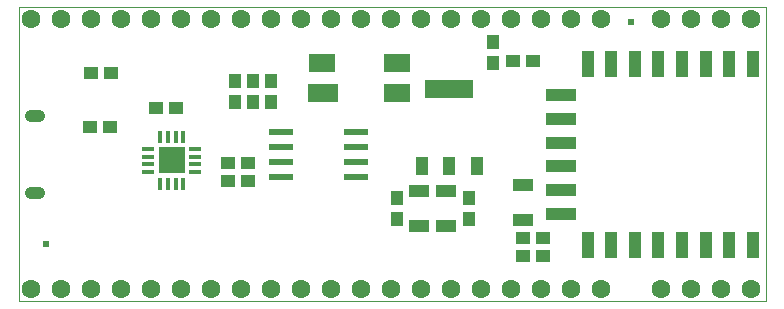
<source format=gbs>
G75*
%MOIN*%
%OFA0B0*%
%FSLAX25Y25*%
%IPPOS*%
%LPD*%
%AMOC8*
5,1,8,0,0,1.08239X$1,22.5*
%
%ADD10C,0.00100*%
%ADD11R,0.03943X0.01778*%
%ADD12R,0.08668X0.08668*%
%ADD13R,0.01778X0.03943*%
%ADD14R,0.04731X0.04337*%
%ADD15R,0.08274X0.02369*%
%ADD16R,0.04337X0.04731*%
%ADD17R,0.09061X0.05912*%
%ADD18R,0.09849X0.05912*%
%ADD19R,0.16148X0.06306*%
%ADD20R,0.04337X0.06306*%
%ADD21R,0.06699X0.03943*%
%ADD22C,0.06306*%
%ADD23C,0.00039*%
%ADD24C,0.03943*%
%ADD25R,0.04337X0.09061*%
%ADD26R,0.10243X0.04337*%
%ADD27C,0.02369*%
D10*
X0009000Y0020119D02*
X0009000Y0118119D01*
X0258000Y0118119D01*
X0258000Y0020119D01*
X0009000Y0020119D01*
D11*
X0052126Y0063280D03*
X0052126Y0065839D03*
X0052126Y0068398D03*
X0052126Y0070957D03*
X0067874Y0070957D03*
X0067874Y0068398D03*
X0067874Y0065839D03*
X0067874Y0063280D03*
D12*
X0060000Y0067119D03*
D13*
X0058720Y0059245D03*
X0056161Y0059245D03*
X0061280Y0059245D03*
X0063839Y0059245D03*
X0063839Y0074993D03*
X0061280Y0074993D03*
X0058720Y0074993D03*
X0056161Y0074993D03*
D14*
X0039346Y0078119D03*
X0032654Y0078119D03*
X0054654Y0084619D03*
X0061346Y0084619D03*
X0039846Y0096119D03*
X0033154Y0096119D03*
X0078654Y0066119D03*
X0085346Y0066119D03*
X0085346Y0060119D03*
X0078654Y0060119D03*
X0173654Y0100119D03*
X0180346Y0100119D03*
X0177154Y0041119D03*
X0183846Y0041119D03*
X0183846Y0035119D03*
X0177154Y0035119D03*
D15*
X0121539Y0061619D03*
X0121539Y0066619D03*
X0121539Y0071619D03*
X0121539Y0076619D03*
X0096461Y0076619D03*
X0096461Y0071619D03*
X0096461Y0066619D03*
X0096461Y0061619D03*
D16*
X0135000Y0054465D03*
X0135000Y0047772D03*
X0159000Y0047772D03*
X0159000Y0054465D03*
X0093000Y0086772D03*
X0087000Y0086772D03*
X0081000Y0086772D03*
X0081000Y0093465D03*
X0087000Y0093465D03*
X0093000Y0093465D03*
X0167000Y0099772D03*
X0167000Y0106465D03*
D17*
X0134902Y0099619D03*
X0134902Y0089619D03*
X0110098Y0099619D03*
D18*
X0110492Y0089619D03*
D19*
X0152500Y0090914D03*
D20*
X0152500Y0065323D03*
X0143445Y0065323D03*
X0161555Y0065323D03*
D21*
X0177000Y0058827D03*
X0177000Y0047410D03*
X0151500Y0045410D03*
X0142500Y0045410D03*
X0142500Y0056827D03*
X0151500Y0056827D03*
D22*
X0153000Y0024119D03*
X0163000Y0024119D03*
X0173000Y0024119D03*
X0183000Y0024119D03*
X0193000Y0024119D03*
X0203000Y0024119D03*
X0223000Y0024119D03*
X0233000Y0024119D03*
X0243000Y0024119D03*
X0253000Y0024119D03*
X0143000Y0024119D03*
X0133000Y0024119D03*
X0123000Y0024119D03*
X0113000Y0024119D03*
X0103000Y0024119D03*
X0093000Y0024119D03*
X0083000Y0024119D03*
X0073000Y0024119D03*
X0063000Y0024119D03*
X0053000Y0024119D03*
X0043000Y0024119D03*
X0033000Y0024119D03*
X0023000Y0024119D03*
X0013000Y0024119D03*
X0013000Y0114119D03*
X0023000Y0114119D03*
X0033000Y0114119D03*
X0043000Y0114119D03*
X0053000Y0114119D03*
X0063000Y0114119D03*
X0073000Y0114119D03*
X0083000Y0114119D03*
X0093000Y0114119D03*
X0103000Y0114119D03*
X0113000Y0114119D03*
X0123000Y0114119D03*
X0133000Y0114119D03*
X0143000Y0114119D03*
X0153000Y0114119D03*
X0163000Y0114119D03*
X0173000Y0114119D03*
X0183000Y0114119D03*
X0193000Y0114119D03*
X0203000Y0114119D03*
X0223000Y0114119D03*
X0233000Y0114119D03*
X0243000Y0114119D03*
X0253000Y0114119D03*
D23*
X0015866Y0083095D02*
X0013110Y0083095D01*
X0012126Y0082111D02*
X0012128Y0082049D01*
X0012134Y0081988D01*
X0012143Y0081927D01*
X0012157Y0081866D01*
X0012174Y0081807D01*
X0012195Y0081749D01*
X0012220Y0081692D01*
X0012248Y0081637D01*
X0012279Y0081584D01*
X0012314Y0081533D01*
X0012352Y0081484D01*
X0012393Y0081437D01*
X0012436Y0081394D01*
X0012483Y0081353D01*
X0012532Y0081315D01*
X0012583Y0081280D01*
X0012636Y0081249D01*
X0012691Y0081221D01*
X0012748Y0081196D01*
X0012806Y0081175D01*
X0012865Y0081158D01*
X0012926Y0081144D01*
X0012987Y0081135D01*
X0013048Y0081129D01*
X0013110Y0081127D01*
X0015866Y0081127D01*
X0016850Y0082111D02*
X0016848Y0082173D01*
X0016842Y0082234D01*
X0016833Y0082295D01*
X0016819Y0082356D01*
X0016802Y0082415D01*
X0016781Y0082473D01*
X0016756Y0082530D01*
X0016728Y0082585D01*
X0016697Y0082638D01*
X0016662Y0082689D01*
X0016624Y0082738D01*
X0016583Y0082785D01*
X0016540Y0082828D01*
X0016493Y0082869D01*
X0016444Y0082907D01*
X0016393Y0082942D01*
X0016340Y0082973D01*
X0016285Y0083001D01*
X0016228Y0083026D01*
X0016170Y0083047D01*
X0016111Y0083064D01*
X0016050Y0083078D01*
X0015989Y0083087D01*
X0015928Y0083093D01*
X0015866Y0083095D01*
X0016850Y0082111D02*
X0016848Y0082049D01*
X0016842Y0081988D01*
X0016833Y0081927D01*
X0016819Y0081866D01*
X0016802Y0081807D01*
X0016781Y0081749D01*
X0016756Y0081692D01*
X0016728Y0081637D01*
X0016697Y0081584D01*
X0016662Y0081533D01*
X0016624Y0081484D01*
X0016583Y0081437D01*
X0016540Y0081394D01*
X0016493Y0081353D01*
X0016444Y0081315D01*
X0016393Y0081280D01*
X0016340Y0081249D01*
X0016285Y0081221D01*
X0016228Y0081196D01*
X0016170Y0081175D01*
X0016111Y0081158D01*
X0016050Y0081144D01*
X0015989Y0081135D01*
X0015928Y0081129D01*
X0015866Y0081127D01*
X0013110Y0083095D02*
X0013048Y0083093D01*
X0012987Y0083087D01*
X0012926Y0083078D01*
X0012865Y0083064D01*
X0012806Y0083047D01*
X0012748Y0083026D01*
X0012691Y0083001D01*
X0012636Y0082973D01*
X0012583Y0082942D01*
X0012532Y0082907D01*
X0012483Y0082869D01*
X0012436Y0082828D01*
X0012393Y0082785D01*
X0012352Y0082738D01*
X0012314Y0082689D01*
X0012279Y0082638D01*
X0012248Y0082585D01*
X0012220Y0082530D01*
X0012195Y0082473D01*
X0012174Y0082415D01*
X0012157Y0082356D01*
X0012143Y0082295D01*
X0012134Y0082234D01*
X0012128Y0082173D01*
X0012126Y0082111D01*
X0013110Y0057111D02*
X0015866Y0057111D01*
X0015928Y0057109D01*
X0015989Y0057103D01*
X0016050Y0057094D01*
X0016111Y0057080D01*
X0016170Y0057063D01*
X0016228Y0057042D01*
X0016285Y0057017D01*
X0016340Y0056989D01*
X0016393Y0056958D01*
X0016444Y0056923D01*
X0016493Y0056885D01*
X0016540Y0056844D01*
X0016583Y0056801D01*
X0016624Y0056754D01*
X0016662Y0056705D01*
X0016697Y0056654D01*
X0016728Y0056601D01*
X0016756Y0056546D01*
X0016781Y0056489D01*
X0016802Y0056431D01*
X0016819Y0056372D01*
X0016833Y0056311D01*
X0016842Y0056250D01*
X0016848Y0056189D01*
X0016850Y0056127D01*
X0016848Y0056065D01*
X0016842Y0056004D01*
X0016833Y0055943D01*
X0016819Y0055882D01*
X0016802Y0055823D01*
X0016781Y0055765D01*
X0016756Y0055708D01*
X0016728Y0055653D01*
X0016697Y0055600D01*
X0016662Y0055549D01*
X0016624Y0055500D01*
X0016583Y0055453D01*
X0016540Y0055410D01*
X0016493Y0055369D01*
X0016444Y0055331D01*
X0016393Y0055296D01*
X0016340Y0055265D01*
X0016285Y0055237D01*
X0016228Y0055212D01*
X0016170Y0055191D01*
X0016111Y0055174D01*
X0016050Y0055160D01*
X0015989Y0055151D01*
X0015928Y0055145D01*
X0015866Y0055143D01*
X0015866Y0055142D02*
X0013110Y0055142D01*
X0013110Y0055143D02*
X0013048Y0055145D01*
X0012987Y0055151D01*
X0012926Y0055160D01*
X0012865Y0055174D01*
X0012806Y0055191D01*
X0012748Y0055212D01*
X0012691Y0055237D01*
X0012636Y0055265D01*
X0012583Y0055296D01*
X0012532Y0055331D01*
X0012483Y0055369D01*
X0012436Y0055410D01*
X0012393Y0055453D01*
X0012352Y0055500D01*
X0012314Y0055549D01*
X0012279Y0055600D01*
X0012248Y0055653D01*
X0012220Y0055708D01*
X0012195Y0055765D01*
X0012174Y0055823D01*
X0012157Y0055882D01*
X0012143Y0055943D01*
X0012134Y0056004D01*
X0012128Y0056065D01*
X0012126Y0056127D01*
X0012128Y0056189D01*
X0012134Y0056250D01*
X0012143Y0056311D01*
X0012157Y0056372D01*
X0012174Y0056431D01*
X0012195Y0056489D01*
X0012220Y0056546D01*
X0012248Y0056601D01*
X0012279Y0056654D01*
X0012314Y0056705D01*
X0012352Y0056754D01*
X0012393Y0056801D01*
X0012436Y0056844D01*
X0012483Y0056885D01*
X0012532Y0056923D01*
X0012583Y0056958D01*
X0012636Y0056989D01*
X0012691Y0057017D01*
X0012748Y0057042D01*
X0012806Y0057063D01*
X0012865Y0057080D01*
X0012926Y0057094D01*
X0012987Y0057103D01*
X0013048Y0057109D01*
X0013110Y0057111D01*
D24*
X0015866Y0056127D02*
X0015866Y0056127D01*
X0013110Y0056127D01*
X0013110Y0056127D01*
X0015866Y0056127D01*
X0015866Y0082111D02*
X0015866Y0082111D01*
X0013110Y0082111D01*
X0013110Y0082111D01*
X0015866Y0082111D01*
D25*
X0198567Y0099434D03*
X0206441Y0099434D03*
X0214315Y0099434D03*
X0222189Y0099434D03*
X0230063Y0099434D03*
X0237937Y0099434D03*
X0245811Y0099434D03*
X0253685Y0099434D03*
X0253685Y0038804D03*
X0245811Y0038804D03*
X0237937Y0038804D03*
X0230063Y0038804D03*
X0222189Y0038804D03*
X0214315Y0038804D03*
X0206441Y0038804D03*
X0198567Y0038804D03*
D26*
X0189709Y0049434D03*
X0189709Y0057308D03*
X0189709Y0065182D03*
X0189709Y0073056D03*
X0189709Y0080930D03*
X0189709Y0088804D03*
D27*
X0213000Y0113119D03*
X0018000Y0039119D03*
M02*

</source>
